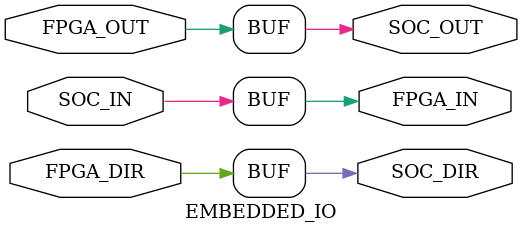
<source format=v>

module GPIO (
  input A, // Data output
  output Y, // Data input
  inout PAD, // bi-directional pad
  input DIR // direction control
);
  //----- when direction enabled, the signal is propagated from PAD to data input
  assign Y = DIR ? PAD : 1'bz;
  //----- when direction is disabled, the signal is propagated from data out to pad
  assign PAD = DIR ? 1'bz : A;
endmodule

//-----------------------------------------------------
// Function    : A minimum input pad
//-----------------------------------------------------
module GPIN (
  inout A, // External PAD signal
  output Y // Data input
);
  assign Y = A;
endmodule

//-----------------------------------------------------
// Function    : A minimum output pad
//-----------------------------------------------------
module GPOUT (
  inout Y, // External PAD signal
  input A // Data output
);
  assign Y = A;
endmodule

//-----------------------------------------------------
// Function    : A minimum embedded I/O
//               just an overlay to interface other components
//-----------------------------------------------------
module EMBEDDED_IO (
  input SOC_IN, // Input to drive the inpad signal
  output SOC_OUT, // Output the outpad signal
  output SOC_DIR, // Output the directionality
  output FPGA_IN, // Input data to FPGA
  input FPGA_OUT, // Output data from FPGA
  input FPGA_DIR // direction control 
);

  assign FPGA_IN = SOC_IN;
  assign SOC_OUT = FPGA_OUT;
  assign SOC_DIR = FPGA_DIR;
endmodule


</source>
